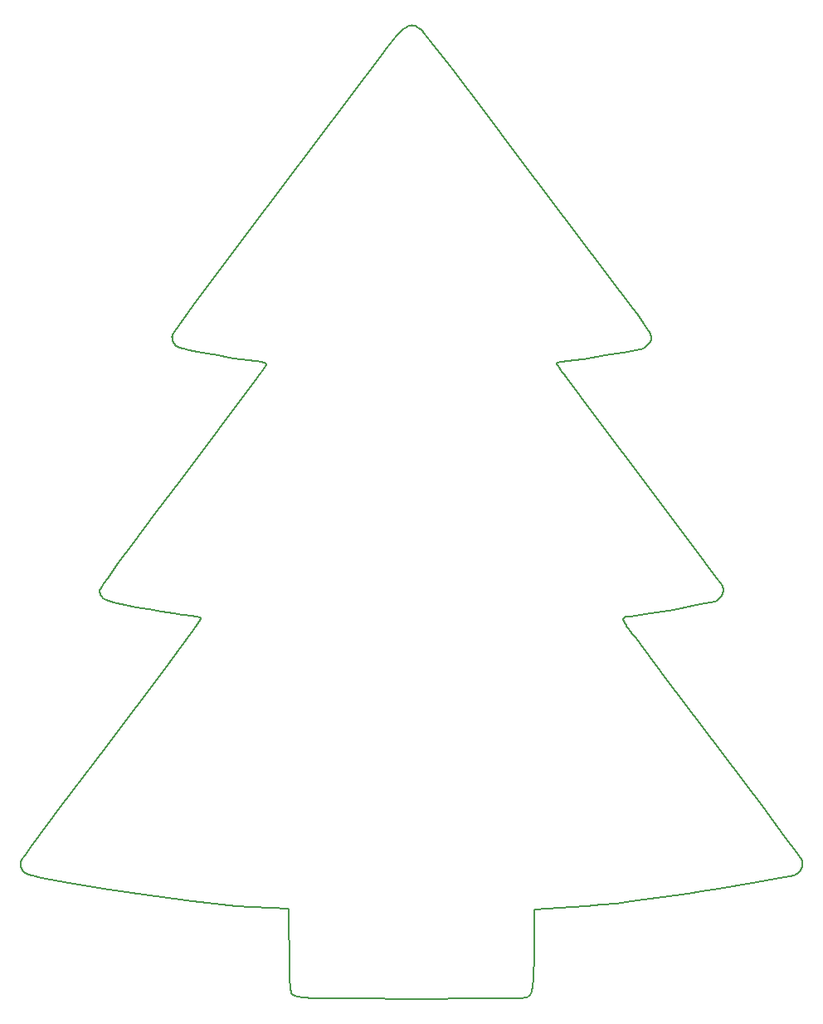
<source format=gm1>
G04 #@! TF.GenerationSoftware,KiCad,Pcbnew,8.0.6*
G04 #@! TF.CreationDate,2024-11-27T01:20:32+01:00*
G04 #@! TF.ProjectId,christmas_soldering_kit_2024,63687269-7374-46d6-9173-5f736f6c6465,rev?*
G04 #@! TF.SameCoordinates,Original*
G04 #@! TF.FileFunction,Profile,NP*
%FSLAX46Y46*%
G04 Gerber Fmt 4.6, Leading zero omitted, Abs format (unit mm)*
G04 Created by KiCad (PCBNEW 8.0.6) date 2024-11-27 01:20:32*
%MOMM*%
%LPD*%
G01*
G04 APERTURE LIST*
G04 #@! TA.AperFunction,Profile*
%ADD10C,0.180323*%
G04 #@! TD*
G04 APERTURE END LIST*
D10*
X150617748Y-42845263D02*
X150708281Y-42860323D01*
X150798959Y-42884790D01*
X150890237Y-42918383D01*
X150982570Y-42960819D01*
X151076413Y-43011817D01*
X151270444Y-43138368D01*
X151475968Y-43295780D01*
X151583523Y-43408743D01*
X151785421Y-43648121D01*
X152451470Y-44479076D01*
X154687110Y-47360424D01*
X157850407Y-51507020D01*
X161608876Y-56486059D01*
X173078389Y-71728159D01*
X173491039Y-72280055D01*
X173862197Y-72792152D01*
X174187704Y-73258033D01*
X174463399Y-73671282D01*
X174685126Y-74025483D01*
X174848724Y-74314220D01*
X174907425Y-74432035D01*
X174950034Y-74531078D01*
X174976032Y-74610547D01*
X174984899Y-74669640D01*
X174983385Y-74713655D01*
X174978715Y-74758439D01*
X174970989Y-74803878D01*
X174960310Y-74849858D01*
X174946780Y-74896268D01*
X174930500Y-74942994D01*
X174911574Y-74989922D01*
X174890101Y-75036940D01*
X174839929Y-75130792D01*
X174780799Y-75223644D01*
X174713528Y-75314592D01*
X174638932Y-75402730D01*
X174557826Y-75487153D01*
X174471026Y-75566957D01*
X174379348Y-75641235D01*
X174283609Y-75709084D01*
X174184623Y-75769597D01*
X174134169Y-75796820D01*
X174083208Y-75821870D01*
X174031844Y-75844634D01*
X173980179Y-75864998D01*
X173928314Y-75882849D01*
X173876351Y-75898075D01*
X173396399Y-76001153D01*
X172576413Y-76152331D01*
X170343259Y-76529606D01*
X168030727Y-76891129D01*
X167111519Y-77022619D01*
X166492654Y-77098133D01*
X166248925Y-77124094D01*
X166021547Y-77153086D01*
X165815495Y-77184134D01*
X165635748Y-77216263D01*
X165487281Y-77248498D01*
X165375072Y-77279862D01*
X165334119Y-77294913D01*
X165304097Y-77309381D01*
X165285627Y-77323143D01*
X165280919Y-77329722D01*
X165279332Y-77336079D01*
X165280568Y-77343902D01*
X165284235Y-77354835D01*
X165298622Y-77385679D01*
X165322007Y-77427915D01*
X165353907Y-77480844D01*
X165441311Y-77615996D01*
X165556959Y-77785554D01*
X165696973Y-77983939D01*
X165857477Y-78205574D01*
X166034597Y-78444879D01*
X166224454Y-78696274D01*
X167278083Y-80088075D01*
X168484113Y-81694187D01*
X170491431Y-84370369D01*
X173342843Y-88142742D01*
X179455904Y-96275807D01*
X181407823Y-98915890D01*
X182217816Y-100060440D01*
X182240904Y-100108533D01*
X182260275Y-100158145D01*
X182276002Y-100209125D01*
X182288159Y-100261320D01*
X182296818Y-100314579D01*
X182302053Y-100368752D01*
X182303936Y-100423686D01*
X182302540Y-100479229D01*
X182297938Y-100535231D01*
X182290205Y-100591540D01*
X182279411Y-100648004D01*
X182265631Y-100704472D01*
X182248937Y-100760793D01*
X182229403Y-100816814D01*
X182207101Y-100872384D01*
X182182105Y-100927352D01*
X182154487Y-100981566D01*
X182124321Y-101034875D01*
X182091679Y-101087127D01*
X182056634Y-101138171D01*
X182019260Y-101187854D01*
X181979630Y-101236027D01*
X181937816Y-101282537D01*
X181893891Y-101327232D01*
X181847929Y-101369961D01*
X181800003Y-101410573D01*
X181750185Y-101448917D01*
X181698548Y-101484839D01*
X181645166Y-101518190D01*
X181590112Y-101548817D01*
X181533458Y-101576570D01*
X181475278Y-101601296D01*
X180972670Y-101730125D01*
X179989131Y-101933211D01*
X177211844Y-102449658D01*
X174408592Y-102925641D01*
X173392594Y-103078148D01*
X172844544Y-103136166D01*
X172657228Y-103139843D01*
X172573499Y-103144076D01*
X172496477Y-103150296D01*
X172426224Y-103158798D01*
X172362805Y-103169874D01*
X172306285Y-103183818D01*
X172256727Y-103200923D01*
X172214196Y-103221484D01*
X172178756Y-103245792D01*
X172150471Y-103274142D01*
X172129406Y-103306828D01*
X172115624Y-103344142D01*
X172109190Y-103386378D01*
X172110169Y-103433830D01*
X172118623Y-103486791D01*
X172134618Y-103545554D01*
X172158218Y-103610414D01*
X172189487Y-103681662D01*
X172228489Y-103759594D01*
X172275289Y-103844502D01*
X172329950Y-103936679D01*
X172392537Y-104036420D01*
X172463114Y-104144018D01*
X172628496Y-104383957D01*
X172826609Y-104658844D01*
X173057967Y-104971027D01*
X173323083Y-105322853D01*
X176407208Y-109414707D01*
X184100064Y-119613957D01*
X186466996Y-122761058D01*
X188432468Y-125399902D01*
X189791734Y-127253808D01*
X190180056Y-127799946D01*
X190340047Y-128046093D01*
X190360093Y-128096060D01*
X190376658Y-128146918D01*
X190389800Y-128198557D01*
X190399577Y-128250867D01*
X190406048Y-128303738D01*
X190409270Y-128357061D01*
X190409303Y-128410726D01*
X190406206Y-128464623D01*
X190400035Y-128518641D01*
X190390850Y-128572672D01*
X190378709Y-128626605D01*
X190363671Y-128680331D01*
X190345793Y-128733739D01*
X190325135Y-128786721D01*
X190301755Y-128839165D01*
X190275711Y-128890963D01*
X190247062Y-128942004D01*
X190215865Y-128992178D01*
X190182180Y-129041377D01*
X190146064Y-129089489D01*
X190107577Y-129136405D01*
X190066777Y-129182016D01*
X190023721Y-129226211D01*
X189978469Y-129268880D01*
X189931079Y-129309914D01*
X189881609Y-129349203D01*
X189830117Y-129386638D01*
X189776663Y-129422107D01*
X189721304Y-129455502D01*
X189664099Y-129486713D01*
X189605107Y-129515629D01*
X189544385Y-129542141D01*
X189068432Y-129667750D01*
X188125095Y-129862599D01*
X185266596Y-130385043D01*
X181829548Y-130959522D01*
X180163025Y-131219415D01*
X178674611Y-131436085D01*
X172894708Y-132243265D01*
X171416386Y-132424020D01*
X169916635Y-132584139D01*
X168391408Y-132717512D01*
X166836659Y-132818028D01*
X163002477Y-133018284D01*
X163002477Y-137011296D01*
X162996280Y-138413374D01*
X162973352Y-139520651D01*
X162953581Y-139975360D01*
X162927189Y-140370315D01*
X162893362Y-140710164D01*
X162851287Y-140999556D01*
X162800151Y-141243139D01*
X162739140Y-141445561D01*
X162667443Y-141611473D01*
X162584245Y-141745521D01*
X162488734Y-141852355D01*
X162380097Y-141936623D01*
X162257520Y-142002974D01*
X162120191Y-142056057D01*
X161758068Y-142076954D01*
X160871513Y-142096452D01*
X157946148Y-142129537D01*
X150433663Y-142160107D01*
X145265807Y-142152852D01*
X141650587Y-142114100D01*
X140382459Y-142074947D01*
X139451183Y-142018364D01*
X138839655Y-141941163D01*
X138648453Y-141893836D01*
X138530774Y-141840161D01*
X138530807Y-141840161D01*
X138450343Y-141782818D01*
X138413880Y-141754753D01*
X138379803Y-141725986D01*
X138348021Y-141695686D01*
X138318439Y-141663023D01*
X138304443Y-141645546D01*
X138290963Y-141627166D01*
X138277986Y-141607780D01*
X138265500Y-141587285D01*
X138253494Y-141565576D01*
X138241956Y-141542550D01*
X138230875Y-141518102D01*
X138220238Y-141492130D01*
X138210034Y-141464528D01*
X138200252Y-141435194D01*
X138181904Y-141370914D01*
X138165101Y-141298457D01*
X138149749Y-141216995D01*
X138135755Y-141125696D01*
X138123024Y-141023730D01*
X138111464Y-140910266D01*
X138100980Y-140784475D01*
X138091479Y-140645526D01*
X138082868Y-140492589D01*
X138075052Y-140324834D01*
X138067939Y-140141429D01*
X138061434Y-139941544D01*
X138055444Y-139724350D01*
X138044634Y-139234712D01*
X138034760Y-138665870D01*
X138014825Y-137264004D01*
X137984925Y-135057163D01*
X137957156Y-133007771D01*
X134229203Y-132796452D01*
X132639597Y-132688335D01*
X131109332Y-132551680D01*
X129627580Y-132392042D01*
X128183512Y-132214977D01*
X122567489Y-131443546D01*
X119073896Y-130934715D01*
X115530799Y-130350572D01*
X112701577Y-129824154D01*
X111793225Y-129624166D01*
X111349609Y-129488499D01*
X111288029Y-129453535D01*
X111228879Y-129417239D01*
X111172185Y-129379667D01*
X111117969Y-129340875D01*
X111066256Y-129300917D01*
X111017070Y-129259851D01*
X110970435Y-129217731D01*
X110926374Y-129174613D01*
X110884912Y-129130553D01*
X110846072Y-129085607D01*
X110809879Y-129039830D01*
X110776356Y-128993278D01*
X110745527Y-128946007D01*
X110717417Y-128898072D01*
X110692049Y-128849529D01*
X110669447Y-128800433D01*
X110649635Y-128750842D01*
X110632637Y-128700809D01*
X110618478Y-128650391D01*
X110607180Y-128599643D01*
X110598768Y-128548622D01*
X110593266Y-128497383D01*
X110590697Y-128445981D01*
X110591086Y-128394472D01*
X110594457Y-128342912D01*
X110600833Y-128291357D01*
X110610239Y-128239862D01*
X110622699Y-128188483D01*
X110638235Y-128137276D01*
X110656873Y-128086296D01*
X110678636Y-128035599D01*
X110703549Y-127985241D01*
X111020482Y-127522949D01*
X111802046Y-126451484D01*
X114704733Y-122553580D01*
X119302940Y-116436617D01*
X125487998Y-108245686D01*
X126902309Y-106352767D01*
X128039489Y-104786970D01*
X128467947Y-104177583D01*
X128783674Y-103710983D01*
X128972186Y-103407509D01*
X129014210Y-103323298D01*
X129019000Y-103287495D01*
X128995692Y-103275755D01*
X128955267Y-103262147D01*
X128898690Y-103246837D01*
X128826930Y-103229988D01*
X128641723Y-103192328D01*
X128407379Y-103150483D01*
X128131634Y-103105765D01*
X127822219Y-103059488D01*
X127486870Y-103012964D01*
X127133319Y-102967507D01*
X126217900Y-102839709D01*
X125016002Y-102651198D01*
X123683686Y-102427361D01*
X122377012Y-102193588D01*
X121302714Y-101986983D01*
X120454869Y-101803022D01*
X120107853Y-101715910D01*
X119807831Y-101630111D01*
X119551599Y-101544175D01*
X119335951Y-101456654D01*
X119157680Y-101366097D01*
X119013580Y-101271057D01*
X118900445Y-101170082D01*
X118815070Y-101061725D01*
X118754248Y-100944535D01*
X118714773Y-100817064D01*
X118693439Y-100677861D01*
X118687040Y-100525479D01*
X118698463Y-100479776D01*
X118733255Y-100404370D01*
X118876100Y-100160182D01*
X119121873Y-99784381D01*
X119476874Y-99268437D01*
X120539757Y-97781987D01*
X122115141Y-95632575D01*
X124253420Y-92751944D01*
X127004988Y-89071838D01*
X134549565Y-79040173D01*
X134965962Y-78480969D01*
X135320909Y-77991654D01*
X135576790Y-77624945D01*
X135655826Y-77504042D01*
X135695991Y-77433560D01*
X135700614Y-77419725D01*
X135702076Y-77406050D01*
X135700337Y-77392525D01*
X135695359Y-77379141D01*
X135687102Y-77365887D01*
X135675526Y-77352753D01*
X135660593Y-77339729D01*
X135642263Y-77326805D01*
X135620498Y-77313971D01*
X135595256Y-77301217D01*
X135566501Y-77288533D01*
X135534191Y-77275908D01*
X135498288Y-77263333D01*
X135458753Y-77250798D01*
X135415546Y-77238293D01*
X135368628Y-77225807D01*
X135263502Y-77200853D01*
X135143061Y-77175858D01*
X135006990Y-77150739D01*
X134854976Y-77125417D01*
X134686704Y-77099812D01*
X134501859Y-77073842D01*
X134300129Y-77047428D01*
X134081199Y-77020489D01*
X133002765Y-76881414D01*
X131866334Y-76717266D01*
X130725057Y-76537455D01*
X129632085Y-76351387D01*
X128640569Y-76168472D01*
X127803662Y-75998117D01*
X127174515Y-75849730D01*
X126806279Y-75732720D01*
X126755189Y-75708577D01*
X126705592Y-75682444D01*
X126657528Y-75654399D01*
X126611036Y-75624521D01*
X126566156Y-75592888D01*
X126522930Y-75559580D01*
X126481396Y-75524676D01*
X126441595Y-75488253D01*
X126403567Y-75450391D01*
X126367352Y-75411169D01*
X126332990Y-75370665D01*
X126300521Y-75328959D01*
X126269985Y-75286128D01*
X126241422Y-75242252D01*
X126214872Y-75197409D01*
X126190376Y-75151679D01*
X126167972Y-75105140D01*
X126147703Y-75057871D01*
X126129606Y-75009950D01*
X126113723Y-74961457D01*
X126100093Y-74912470D01*
X126088757Y-74863068D01*
X126079755Y-74813330D01*
X126073126Y-74763334D01*
X126068911Y-74713159D01*
X126067149Y-74662885D01*
X126067882Y-74612589D01*
X126071148Y-74562352D01*
X126076988Y-74512250D01*
X126085442Y-74462364D01*
X126096550Y-74412772D01*
X126110352Y-74363552D01*
X128427857Y-71189214D01*
X134020609Y-63690685D01*
X147530145Y-45744202D01*
X147945132Y-45201753D01*
X148320699Y-44721759D01*
X148660482Y-44301963D01*
X148968116Y-43940106D01*
X149247240Y-43633934D01*
X149501490Y-43381190D01*
X149734502Y-43179616D01*
X149844180Y-43097313D01*
X149949913Y-43026956D01*
X150052154Y-42968263D01*
X150151359Y-42920953D01*
X150247982Y-42884743D01*
X150342478Y-42859351D01*
X150435302Y-42844495D01*
X150526907Y-42839893D01*
X150617748Y-42845263D01*
M02*

</source>
